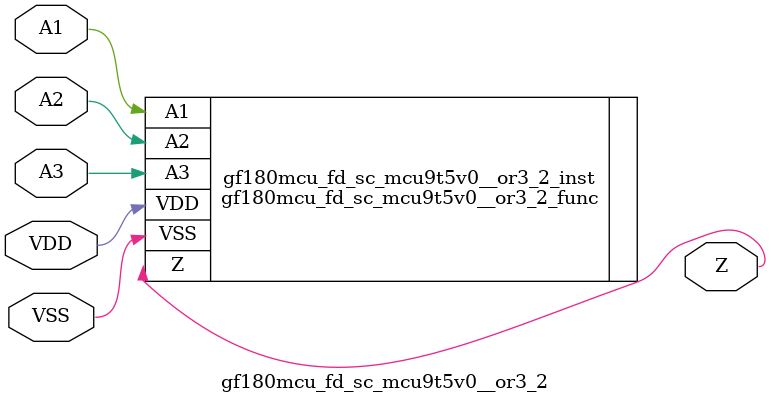
<source format=v>

module gf180mcu_fd_sc_mcu9t5v0__or3_2( A1, A2, A3, Z, VDD, VSS );
input A1, A2, A3;
inout VDD, VSS;
output Z;

   `ifdef FUNCTIONAL  //  functional //

	gf180mcu_fd_sc_mcu9t5v0__or3_2_func gf180mcu_fd_sc_mcu9t5v0__or3_2_behav_inst(.A1(A1),.A2(A2),.A3(A3),.Z(Z),.VDD(VDD),.VSS(VSS));

   `else

	gf180mcu_fd_sc_mcu9t5v0__or3_2_func gf180mcu_fd_sc_mcu9t5v0__or3_2_inst(.A1(A1),.A2(A2),.A3(A3),.Z(Z),.VDD(VDD),.VSS(VSS));

	// spec_gates_begin


	// spec_gates_end



   specify

	// specify_block_begin

	// comb arc A1 --> Z
	 (A1 => Z) = (1.0,1.0);

	// comb arc A2 --> Z
	 (A2 => Z) = (1.0,1.0);

	// comb arc A3 --> Z
	 (A3 => Z) = (1.0,1.0);

	// specify_block_end

   endspecify

   `endif

endmodule

</source>
